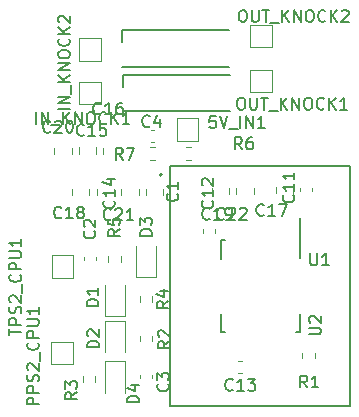
<source format=gto>
G04 #@! TF.GenerationSoftware,KiCad,Pcbnew,7.0.9-7.0.9~ubuntu22.04.1*
G04 #@! TF.CreationDate,2023-12-29T18:17:52+00:00*
G04 #@! TF.ProjectId,driver_test,64726976-6572-45f7-9465-73742e6b6963,rev?*
G04 #@! TF.SameCoordinates,Original*
G04 #@! TF.FileFunction,Legend,Top*
G04 #@! TF.FilePolarity,Positive*
%FSLAX46Y46*%
G04 Gerber Fmt 4.6, Leading zero omitted, Abs format (unit mm)*
G04 Created by KiCad (PCBNEW 7.0.9-7.0.9~ubuntu22.04.1) date 2023-12-29 18:17:52*
%MOMM*%
%LPD*%
G01*
G04 APERTURE LIST*
%ADD10C,0.150000*%
%ADD11C,0.120000*%
%ADD12C,0.127000*%
%ADD13C,0.200000*%
G04 APERTURE END LIST*
D10*
X25873333Y1605181D02*
X25540000Y2081372D01*
X25301905Y1605181D02*
X25301905Y2605181D01*
X25301905Y2605181D02*
X25682857Y2605181D01*
X25682857Y2605181D02*
X25778095Y2557562D01*
X25778095Y2557562D02*
X25825714Y2509943D01*
X25825714Y2509943D02*
X25873333Y2414705D01*
X25873333Y2414705D02*
X25873333Y2271848D01*
X25873333Y2271848D02*
X25825714Y2176610D01*
X25825714Y2176610D02*
X25778095Y2128991D01*
X25778095Y2128991D02*
X25682857Y2081372D01*
X25682857Y2081372D02*
X25301905Y2081372D01*
X26825714Y1605181D02*
X26254286Y1605181D01*
X26540000Y1605181D02*
X26540000Y2605181D01*
X26540000Y2605181D02*
X26444762Y2462324D01*
X26444762Y2462324D02*
X26349524Y2367086D01*
X26349524Y2367086D02*
X26254286Y2319467D01*
X5788819Y25187429D02*
X4788819Y25187429D01*
X5788819Y25663619D02*
X4788819Y25663619D01*
X4788819Y25663619D02*
X5788819Y26235047D01*
X5788819Y26235047D02*
X4788819Y26235047D01*
X5884057Y26473142D02*
X5884057Y27235047D01*
X5788819Y27473143D02*
X4788819Y27473143D01*
X5788819Y28044571D02*
X5217390Y27616000D01*
X4788819Y28044571D02*
X5360247Y27473143D01*
X5788819Y28473143D02*
X4788819Y28473143D01*
X4788819Y28473143D02*
X5788819Y29044571D01*
X5788819Y29044571D02*
X4788819Y29044571D01*
X4788819Y29711238D02*
X4788819Y29901714D01*
X4788819Y29901714D02*
X4836438Y29996952D01*
X4836438Y29996952D02*
X4931676Y30092190D01*
X4931676Y30092190D02*
X5122152Y30139809D01*
X5122152Y30139809D02*
X5455485Y30139809D01*
X5455485Y30139809D02*
X5645961Y30092190D01*
X5645961Y30092190D02*
X5741200Y29996952D01*
X5741200Y29996952D02*
X5788819Y29901714D01*
X5788819Y29901714D02*
X5788819Y29711238D01*
X5788819Y29711238D02*
X5741200Y29616000D01*
X5741200Y29616000D02*
X5645961Y29520762D01*
X5645961Y29520762D02*
X5455485Y29473143D01*
X5455485Y29473143D02*
X5122152Y29473143D01*
X5122152Y29473143D02*
X4931676Y29520762D01*
X4931676Y29520762D02*
X4836438Y29616000D01*
X4836438Y29616000D02*
X4788819Y29711238D01*
X5693580Y31139809D02*
X5741200Y31092190D01*
X5741200Y31092190D02*
X5788819Y30949333D01*
X5788819Y30949333D02*
X5788819Y30854095D01*
X5788819Y30854095D02*
X5741200Y30711238D01*
X5741200Y30711238D02*
X5645961Y30616000D01*
X5645961Y30616000D02*
X5550723Y30568381D01*
X5550723Y30568381D02*
X5360247Y30520762D01*
X5360247Y30520762D02*
X5217390Y30520762D01*
X5217390Y30520762D02*
X5026914Y30568381D01*
X5026914Y30568381D02*
X4931676Y30616000D01*
X4931676Y30616000D02*
X4836438Y30711238D01*
X4836438Y30711238D02*
X4788819Y30854095D01*
X4788819Y30854095D02*
X4788819Y30949333D01*
X4788819Y30949333D02*
X4836438Y31092190D01*
X4836438Y31092190D02*
X4884057Y31139809D01*
X5788819Y31568381D02*
X4788819Y31568381D01*
X5788819Y32139809D02*
X5217390Y31711238D01*
X4788819Y32139809D02*
X5360247Y31568381D01*
X4884057Y32520762D02*
X4836438Y32568381D01*
X4836438Y32568381D02*
X4788819Y32663619D01*
X4788819Y32663619D02*
X4788819Y32901714D01*
X4788819Y32901714D02*
X4836438Y32996952D01*
X4836438Y32996952D02*
X4884057Y33044571D01*
X4884057Y33044571D02*
X4979295Y33092190D01*
X4979295Y33092190D02*
X5074533Y33092190D01*
X5074533Y33092190D02*
X5217390Y33044571D01*
X5217390Y33044571D02*
X5788819Y32473143D01*
X5788819Y32473143D02*
X5788819Y33092190D01*
X4137142Y23285420D02*
X4089523Y23237800D01*
X4089523Y23237800D02*
X3946666Y23190181D01*
X3946666Y23190181D02*
X3851428Y23190181D01*
X3851428Y23190181D02*
X3708571Y23237800D01*
X3708571Y23237800D02*
X3613333Y23333039D01*
X3613333Y23333039D02*
X3565714Y23428277D01*
X3565714Y23428277D02*
X3518095Y23618753D01*
X3518095Y23618753D02*
X3518095Y23761610D01*
X3518095Y23761610D02*
X3565714Y23952086D01*
X3565714Y23952086D02*
X3613333Y24047324D01*
X3613333Y24047324D02*
X3708571Y24142562D01*
X3708571Y24142562D02*
X3851428Y24190181D01*
X3851428Y24190181D02*
X3946666Y24190181D01*
X3946666Y24190181D02*
X4089523Y24142562D01*
X4089523Y24142562D02*
X4137142Y24094943D01*
X4518095Y24094943D02*
X4565714Y24142562D01*
X4565714Y24142562D02*
X4660952Y24190181D01*
X4660952Y24190181D02*
X4899047Y24190181D01*
X4899047Y24190181D02*
X4994285Y24142562D01*
X4994285Y24142562D02*
X5041904Y24094943D01*
X5041904Y24094943D02*
X5089523Y23999705D01*
X5089523Y23999705D02*
X5089523Y23904467D01*
X5089523Y23904467D02*
X5041904Y23761610D01*
X5041904Y23761610D02*
X4470476Y23190181D01*
X4470476Y23190181D02*
X5089523Y23190181D01*
X5708571Y24190181D02*
X5803809Y24190181D01*
X5803809Y24190181D02*
X5899047Y24142562D01*
X5899047Y24142562D02*
X5946666Y24094943D01*
X5946666Y24094943D02*
X5994285Y23999705D01*
X5994285Y23999705D02*
X6041904Y23809229D01*
X6041904Y23809229D02*
X6041904Y23571134D01*
X6041904Y23571134D02*
X5994285Y23380658D01*
X5994285Y23380658D02*
X5946666Y23285420D01*
X5946666Y23285420D02*
X5899047Y23237800D01*
X5899047Y23237800D02*
X5803809Y23190181D01*
X5803809Y23190181D02*
X5708571Y23190181D01*
X5708571Y23190181D02*
X5613333Y23237800D01*
X5613333Y23237800D02*
X5565714Y23285420D01*
X5565714Y23285420D02*
X5518095Y23380658D01*
X5518095Y23380658D02*
X5470476Y23571134D01*
X5470476Y23571134D02*
X5470476Y23809229D01*
X5470476Y23809229D02*
X5518095Y23999705D01*
X5518095Y23999705D02*
X5565714Y24094943D01*
X5565714Y24094943D02*
X5613333Y24142562D01*
X5613333Y24142562D02*
X5708571Y24190181D01*
X5057142Y16020420D02*
X5009523Y15972800D01*
X5009523Y15972800D02*
X4866666Y15925181D01*
X4866666Y15925181D02*
X4771428Y15925181D01*
X4771428Y15925181D02*
X4628571Y15972800D01*
X4628571Y15972800D02*
X4533333Y16068039D01*
X4533333Y16068039D02*
X4485714Y16163277D01*
X4485714Y16163277D02*
X4438095Y16353753D01*
X4438095Y16353753D02*
X4438095Y16496610D01*
X4438095Y16496610D02*
X4485714Y16687086D01*
X4485714Y16687086D02*
X4533333Y16782324D01*
X4533333Y16782324D02*
X4628571Y16877562D01*
X4628571Y16877562D02*
X4771428Y16925181D01*
X4771428Y16925181D02*
X4866666Y16925181D01*
X4866666Y16925181D02*
X5009523Y16877562D01*
X5009523Y16877562D02*
X5057142Y16829943D01*
X6009523Y15925181D02*
X5438095Y15925181D01*
X5723809Y15925181D02*
X5723809Y16925181D01*
X5723809Y16925181D02*
X5628571Y16782324D01*
X5628571Y16782324D02*
X5533333Y16687086D01*
X5533333Y16687086D02*
X5438095Y16639467D01*
X6580952Y16496610D02*
X6485714Y16544229D01*
X6485714Y16544229D02*
X6438095Y16591848D01*
X6438095Y16591848D02*
X6390476Y16687086D01*
X6390476Y16687086D02*
X6390476Y16734705D01*
X6390476Y16734705D02*
X6438095Y16829943D01*
X6438095Y16829943D02*
X6485714Y16877562D01*
X6485714Y16877562D02*
X6580952Y16925181D01*
X6580952Y16925181D02*
X6771428Y16925181D01*
X6771428Y16925181D02*
X6866666Y16877562D01*
X6866666Y16877562D02*
X6914285Y16829943D01*
X6914285Y16829943D02*
X6961904Y16734705D01*
X6961904Y16734705D02*
X6961904Y16687086D01*
X6961904Y16687086D02*
X6914285Y16591848D01*
X6914285Y16591848D02*
X6866666Y16544229D01*
X6866666Y16544229D02*
X6771428Y16496610D01*
X6771428Y16496610D02*
X6580952Y16496610D01*
X6580952Y16496610D02*
X6485714Y16448991D01*
X6485714Y16448991D02*
X6438095Y16401372D01*
X6438095Y16401372D02*
X6390476Y16306134D01*
X6390476Y16306134D02*
X6390476Y16115658D01*
X6390476Y16115658D02*
X6438095Y16020420D01*
X6438095Y16020420D02*
X6485714Y15972800D01*
X6485714Y15972800D02*
X6580952Y15925181D01*
X6580952Y15925181D02*
X6771428Y15925181D01*
X6771428Y15925181D02*
X6866666Y15972800D01*
X6866666Y15972800D02*
X6914285Y16020420D01*
X6914285Y16020420D02*
X6961904Y16115658D01*
X6961904Y16115658D02*
X6961904Y16306134D01*
X6961904Y16306134D02*
X6914285Y16401372D01*
X6914285Y16401372D02*
X6866666Y16448991D01*
X6866666Y16448991D02*
X6771428Y16496610D01*
X8387142Y24815420D02*
X8339523Y24767800D01*
X8339523Y24767800D02*
X8196666Y24720181D01*
X8196666Y24720181D02*
X8101428Y24720181D01*
X8101428Y24720181D02*
X7958571Y24767800D01*
X7958571Y24767800D02*
X7863333Y24863039D01*
X7863333Y24863039D02*
X7815714Y24958277D01*
X7815714Y24958277D02*
X7768095Y25148753D01*
X7768095Y25148753D02*
X7768095Y25291610D01*
X7768095Y25291610D02*
X7815714Y25482086D01*
X7815714Y25482086D02*
X7863333Y25577324D01*
X7863333Y25577324D02*
X7958571Y25672562D01*
X7958571Y25672562D02*
X8101428Y25720181D01*
X8101428Y25720181D02*
X8196666Y25720181D01*
X8196666Y25720181D02*
X8339523Y25672562D01*
X8339523Y25672562D02*
X8387142Y25624943D01*
X9339523Y24720181D02*
X8768095Y24720181D01*
X9053809Y24720181D02*
X9053809Y25720181D01*
X9053809Y25720181D02*
X8958571Y25577324D01*
X8958571Y25577324D02*
X8863333Y25482086D01*
X8863333Y25482086D02*
X8768095Y25434467D01*
X10196666Y25720181D02*
X10006190Y25720181D01*
X10006190Y25720181D02*
X9910952Y25672562D01*
X9910952Y25672562D02*
X9863333Y25624943D01*
X9863333Y25624943D02*
X9768095Y25482086D01*
X9768095Y25482086D02*
X9720476Y25291610D01*
X9720476Y25291610D02*
X9720476Y24910658D01*
X9720476Y24910658D02*
X9768095Y24815420D01*
X9768095Y24815420D02*
X9815714Y24767800D01*
X9815714Y24767800D02*
X9910952Y24720181D01*
X9910952Y24720181D02*
X10101428Y24720181D01*
X10101428Y24720181D02*
X10196666Y24767800D01*
X10196666Y24767800D02*
X10244285Y24815420D01*
X10244285Y24815420D02*
X10291904Y24910658D01*
X10291904Y24910658D02*
X10291904Y25148753D01*
X10291904Y25148753D02*
X10244285Y25243991D01*
X10244285Y25243991D02*
X10196666Y25291610D01*
X10196666Y25291610D02*
X10101428Y25339229D01*
X10101428Y25339229D02*
X9910952Y25339229D01*
X9910952Y25339229D02*
X9815714Y25291610D01*
X9815714Y25291610D02*
X9768095Y25243991D01*
X9768095Y25243991D02*
X9720476Y25148753D01*
X20343333Y21775181D02*
X20010000Y22251372D01*
X19771905Y21775181D02*
X19771905Y22775181D01*
X19771905Y22775181D02*
X20152857Y22775181D01*
X20152857Y22775181D02*
X20248095Y22727562D01*
X20248095Y22727562D02*
X20295714Y22679943D01*
X20295714Y22679943D02*
X20343333Y22584705D01*
X20343333Y22584705D02*
X20343333Y22441848D01*
X20343333Y22441848D02*
X20295714Y22346610D01*
X20295714Y22346610D02*
X20248095Y22298991D01*
X20248095Y22298991D02*
X20152857Y22251372D01*
X20152857Y22251372D02*
X19771905Y22251372D01*
X21200476Y22775181D02*
X21010000Y22775181D01*
X21010000Y22775181D02*
X20914762Y22727562D01*
X20914762Y22727562D02*
X20867143Y22679943D01*
X20867143Y22679943D02*
X20771905Y22537086D01*
X20771905Y22537086D02*
X20724286Y22346610D01*
X20724286Y22346610D02*
X20724286Y21965658D01*
X20724286Y21965658D02*
X20771905Y21870420D01*
X20771905Y21870420D02*
X20819524Y21822800D01*
X20819524Y21822800D02*
X20914762Y21775181D01*
X20914762Y21775181D02*
X21105238Y21775181D01*
X21105238Y21775181D02*
X21200476Y21822800D01*
X21200476Y21822800D02*
X21248095Y21870420D01*
X21248095Y21870420D02*
X21295714Y21965658D01*
X21295714Y21965658D02*
X21295714Y22203753D01*
X21295714Y22203753D02*
X21248095Y22298991D01*
X21248095Y22298991D02*
X21200476Y22346610D01*
X21200476Y22346610D02*
X21105238Y22394229D01*
X21105238Y22394229D02*
X20914762Y22394229D01*
X20914762Y22394229D02*
X20819524Y22346610D01*
X20819524Y22346610D02*
X20771905Y22298991D01*
X20771905Y22298991D02*
X20724286Y22203753D01*
X10247333Y20900179D02*
X9914000Y21376370D01*
X9675905Y20900179D02*
X9675905Y21900179D01*
X9675905Y21900179D02*
X10056857Y21900179D01*
X10056857Y21900179D02*
X10152095Y21852560D01*
X10152095Y21852560D02*
X10199714Y21804941D01*
X10199714Y21804941D02*
X10247333Y21709703D01*
X10247333Y21709703D02*
X10247333Y21566846D01*
X10247333Y21566846D02*
X10199714Y21471608D01*
X10199714Y21471608D02*
X10152095Y21423989D01*
X10152095Y21423989D02*
X10056857Y21376370D01*
X10056857Y21376370D02*
X9675905Y21376370D01*
X10580667Y21900179D02*
X11247333Y21900179D01*
X11247333Y21900179D02*
X10818762Y20900179D01*
X14119819Y8923334D02*
X13643628Y8590001D01*
X14119819Y8351906D02*
X13119819Y8351906D01*
X13119819Y8351906D02*
X13119819Y8732858D01*
X13119819Y8732858D02*
X13167438Y8828096D01*
X13167438Y8828096D02*
X13215057Y8875715D01*
X13215057Y8875715D02*
X13310295Y8923334D01*
X13310295Y8923334D02*
X13453152Y8923334D01*
X13453152Y8923334D02*
X13548390Y8875715D01*
X13548390Y8875715D02*
X13596009Y8828096D01*
X13596009Y8828096D02*
X13643628Y8732858D01*
X13643628Y8732858D02*
X13643628Y8351906D01*
X13453152Y9780477D02*
X14119819Y9780477D01*
X13072200Y9542382D02*
X13786485Y9304287D01*
X13786485Y9304287D02*
X13786485Y9923334D01*
X18842142Y15900420D02*
X18794523Y15852800D01*
X18794523Y15852800D02*
X18651666Y15805181D01*
X18651666Y15805181D02*
X18556428Y15805181D01*
X18556428Y15805181D02*
X18413571Y15852800D01*
X18413571Y15852800D02*
X18318333Y15948039D01*
X18318333Y15948039D02*
X18270714Y16043277D01*
X18270714Y16043277D02*
X18223095Y16233753D01*
X18223095Y16233753D02*
X18223095Y16376610D01*
X18223095Y16376610D02*
X18270714Y16567086D01*
X18270714Y16567086D02*
X18318333Y16662324D01*
X18318333Y16662324D02*
X18413571Y16757562D01*
X18413571Y16757562D02*
X18556428Y16805181D01*
X18556428Y16805181D02*
X18651666Y16805181D01*
X18651666Y16805181D02*
X18794523Y16757562D01*
X18794523Y16757562D02*
X18842142Y16709943D01*
X19223095Y16709943D02*
X19270714Y16757562D01*
X19270714Y16757562D02*
X19365952Y16805181D01*
X19365952Y16805181D02*
X19604047Y16805181D01*
X19604047Y16805181D02*
X19699285Y16757562D01*
X19699285Y16757562D02*
X19746904Y16709943D01*
X19746904Y16709943D02*
X19794523Y16614705D01*
X19794523Y16614705D02*
X19794523Y16519467D01*
X19794523Y16519467D02*
X19746904Y16376610D01*
X19746904Y16376610D02*
X19175476Y15805181D01*
X19175476Y15805181D02*
X19794523Y15805181D01*
X20175476Y16709943D02*
X20223095Y16757562D01*
X20223095Y16757562D02*
X20318333Y16805181D01*
X20318333Y16805181D02*
X20556428Y16805181D01*
X20556428Y16805181D02*
X20651666Y16757562D01*
X20651666Y16757562D02*
X20699285Y16709943D01*
X20699285Y16709943D02*
X20746904Y16614705D01*
X20746904Y16614705D02*
X20746904Y16519467D01*
X20746904Y16519467D02*
X20699285Y16376610D01*
X20699285Y16376610D02*
X20127857Y15805181D01*
X20127857Y15805181D02*
X20746904Y15805181D01*
X2921429Y23895181D02*
X2921429Y24895181D01*
X3397619Y23895181D02*
X3397619Y24895181D01*
X3397619Y24895181D02*
X3969047Y23895181D01*
X3969047Y23895181D02*
X3969047Y24895181D01*
X4207143Y23799943D02*
X4969047Y23799943D01*
X5207143Y23895181D02*
X5207143Y24895181D01*
X5778571Y23895181D02*
X5350000Y24466610D01*
X5778571Y24895181D02*
X5207143Y24323753D01*
X6207143Y23895181D02*
X6207143Y24895181D01*
X6207143Y24895181D02*
X6778571Y23895181D01*
X6778571Y23895181D02*
X6778571Y24895181D01*
X7445238Y24895181D02*
X7635714Y24895181D01*
X7635714Y24895181D02*
X7730952Y24847562D01*
X7730952Y24847562D02*
X7826190Y24752324D01*
X7826190Y24752324D02*
X7873809Y24561848D01*
X7873809Y24561848D02*
X7873809Y24228515D01*
X7873809Y24228515D02*
X7826190Y24038039D01*
X7826190Y24038039D02*
X7730952Y23942800D01*
X7730952Y23942800D02*
X7635714Y23895181D01*
X7635714Y23895181D02*
X7445238Y23895181D01*
X7445238Y23895181D02*
X7350000Y23942800D01*
X7350000Y23942800D02*
X7254762Y24038039D01*
X7254762Y24038039D02*
X7207143Y24228515D01*
X7207143Y24228515D02*
X7207143Y24561848D01*
X7207143Y24561848D02*
X7254762Y24752324D01*
X7254762Y24752324D02*
X7350000Y24847562D01*
X7350000Y24847562D02*
X7445238Y24895181D01*
X8873809Y23990420D02*
X8826190Y23942800D01*
X8826190Y23942800D02*
X8683333Y23895181D01*
X8683333Y23895181D02*
X8588095Y23895181D01*
X8588095Y23895181D02*
X8445238Y23942800D01*
X8445238Y23942800D02*
X8350000Y24038039D01*
X8350000Y24038039D02*
X8302381Y24133277D01*
X8302381Y24133277D02*
X8254762Y24323753D01*
X8254762Y24323753D02*
X8254762Y24466610D01*
X8254762Y24466610D02*
X8302381Y24657086D01*
X8302381Y24657086D02*
X8350000Y24752324D01*
X8350000Y24752324D02*
X8445238Y24847562D01*
X8445238Y24847562D02*
X8588095Y24895181D01*
X8588095Y24895181D02*
X8683333Y24895181D01*
X8683333Y24895181D02*
X8826190Y24847562D01*
X8826190Y24847562D02*
X8873809Y24799943D01*
X9302381Y23895181D02*
X9302381Y24895181D01*
X9873809Y23895181D02*
X9445238Y24466610D01*
X9873809Y24895181D02*
X9302381Y24323753D01*
X10826190Y23895181D02*
X10254762Y23895181D01*
X10540476Y23895181D02*
X10540476Y24895181D01*
X10540476Y24895181D02*
X10445238Y24752324D01*
X10445238Y24752324D02*
X10350000Y24657086D01*
X10350000Y24657086D02*
X10254762Y24609467D01*
X12719819Y14461906D02*
X11719819Y14461906D01*
X11719819Y14461906D02*
X11719819Y14700001D01*
X11719819Y14700001D02*
X11767438Y14842858D01*
X11767438Y14842858D02*
X11862676Y14938096D01*
X11862676Y14938096D02*
X11957914Y14985715D01*
X11957914Y14985715D02*
X12148390Y15033334D01*
X12148390Y15033334D02*
X12291247Y15033334D01*
X12291247Y15033334D02*
X12481723Y14985715D01*
X12481723Y14985715D02*
X12576961Y14938096D01*
X12576961Y14938096D02*
X12672200Y14842858D01*
X12672200Y14842858D02*
X12719819Y14700001D01*
X12719819Y14700001D02*
X12719819Y14461906D01*
X11719819Y15366668D02*
X11719819Y15985715D01*
X11719819Y15985715D02*
X12100771Y15652382D01*
X12100771Y15652382D02*
X12100771Y15795239D01*
X12100771Y15795239D02*
X12148390Y15890477D01*
X12148390Y15890477D02*
X12196009Y15938096D01*
X12196009Y15938096D02*
X12291247Y15985715D01*
X12291247Y15985715D02*
X12529342Y15985715D01*
X12529342Y15985715D02*
X12624580Y15938096D01*
X12624580Y15938096D02*
X12672200Y15890477D01*
X12672200Y15890477D02*
X12719819Y15795239D01*
X12719819Y15795239D02*
X12719819Y15509525D01*
X12719819Y15509525D02*
X12672200Y15414287D01*
X12672200Y15414287D02*
X12624580Y15366668D01*
X8259819Y4991906D02*
X7259819Y4991906D01*
X7259819Y4991906D02*
X7259819Y5230001D01*
X7259819Y5230001D02*
X7307438Y5372858D01*
X7307438Y5372858D02*
X7402676Y5468096D01*
X7402676Y5468096D02*
X7497914Y5515715D01*
X7497914Y5515715D02*
X7688390Y5563334D01*
X7688390Y5563334D02*
X7831247Y5563334D01*
X7831247Y5563334D02*
X8021723Y5515715D01*
X8021723Y5515715D02*
X8116961Y5468096D01*
X8116961Y5468096D02*
X8212200Y5372858D01*
X8212200Y5372858D02*
X8259819Y5230001D01*
X8259819Y5230001D02*
X8259819Y4991906D01*
X7355057Y5944287D02*
X7307438Y5991906D01*
X7307438Y5991906D02*
X7259819Y6087144D01*
X7259819Y6087144D02*
X7259819Y6325239D01*
X7259819Y6325239D02*
X7307438Y6420477D01*
X7307438Y6420477D02*
X7355057Y6468096D01*
X7355057Y6468096D02*
X7450295Y6515715D01*
X7450295Y6515715D02*
X7545533Y6515715D01*
X7545533Y6515715D02*
X7688390Y6468096D01*
X7688390Y6468096D02*
X8259819Y5896668D01*
X8259819Y5896668D02*
X8259819Y6515715D01*
X19562142Y1425420D02*
X19514523Y1377800D01*
X19514523Y1377800D02*
X19371666Y1330181D01*
X19371666Y1330181D02*
X19276428Y1330181D01*
X19276428Y1330181D02*
X19133571Y1377800D01*
X19133571Y1377800D02*
X19038333Y1473039D01*
X19038333Y1473039D02*
X18990714Y1568277D01*
X18990714Y1568277D02*
X18943095Y1758753D01*
X18943095Y1758753D02*
X18943095Y1901610D01*
X18943095Y1901610D02*
X18990714Y2092086D01*
X18990714Y2092086D02*
X19038333Y2187324D01*
X19038333Y2187324D02*
X19133571Y2282562D01*
X19133571Y2282562D02*
X19276428Y2330181D01*
X19276428Y2330181D02*
X19371666Y2330181D01*
X19371666Y2330181D02*
X19514523Y2282562D01*
X19514523Y2282562D02*
X19562142Y2234943D01*
X20514523Y1330181D02*
X19943095Y1330181D01*
X20228809Y1330181D02*
X20228809Y2330181D01*
X20228809Y2330181D02*
X20133571Y2187324D01*
X20133571Y2187324D02*
X20038333Y2092086D01*
X20038333Y2092086D02*
X19943095Y2044467D01*
X20847857Y2330181D02*
X21466904Y2330181D01*
X21466904Y2330181D02*
X21133571Y1949229D01*
X21133571Y1949229D02*
X21276428Y1949229D01*
X21276428Y1949229D02*
X21371666Y1901610D01*
X21371666Y1901610D02*
X21419285Y1853991D01*
X21419285Y1853991D02*
X21466904Y1758753D01*
X21466904Y1758753D02*
X21466904Y1520658D01*
X21466904Y1520658D02*
X21419285Y1425420D01*
X21419285Y1425420D02*
X21371666Y1377800D01*
X21371666Y1377800D02*
X21276428Y1330181D01*
X21276428Y1330181D02*
X20990714Y1330181D01*
X20990714Y1330181D02*
X20895476Y1377800D01*
X20895476Y1377800D02*
X20847857Y1425420D01*
X20195238Y26135181D02*
X20385714Y26135181D01*
X20385714Y26135181D02*
X20480952Y26087562D01*
X20480952Y26087562D02*
X20576190Y25992324D01*
X20576190Y25992324D02*
X20623809Y25801848D01*
X20623809Y25801848D02*
X20623809Y25468515D01*
X20623809Y25468515D02*
X20576190Y25278039D01*
X20576190Y25278039D02*
X20480952Y25182800D01*
X20480952Y25182800D02*
X20385714Y25135181D01*
X20385714Y25135181D02*
X20195238Y25135181D01*
X20195238Y25135181D02*
X20100000Y25182800D01*
X20100000Y25182800D02*
X20004762Y25278039D01*
X20004762Y25278039D02*
X19957143Y25468515D01*
X19957143Y25468515D02*
X19957143Y25801848D01*
X19957143Y25801848D02*
X20004762Y25992324D01*
X20004762Y25992324D02*
X20100000Y26087562D01*
X20100000Y26087562D02*
X20195238Y26135181D01*
X21052381Y26135181D02*
X21052381Y25325658D01*
X21052381Y25325658D02*
X21100000Y25230420D01*
X21100000Y25230420D02*
X21147619Y25182800D01*
X21147619Y25182800D02*
X21242857Y25135181D01*
X21242857Y25135181D02*
X21433333Y25135181D01*
X21433333Y25135181D02*
X21528571Y25182800D01*
X21528571Y25182800D02*
X21576190Y25230420D01*
X21576190Y25230420D02*
X21623809Y25325658D01*
X21623809Y25325658D02*
X21623809Y26135181D01*
X21957143Y26135181D02*
X22528571Y26135181D01*
X22242857Y25135181D02*
X22242857Y26135181D01*
X22623810Y25039943D02*
X23385714Y25039943D01*
X23623810Y25135181D02*
X23623810Y26135181D01*
X24195238Y25135181D02*
X23766667Y25706610D01*
X24195238Y26135181D02*
X23623810Y25563753D01*
X24623810Y25135181D02*
X24623810Y26135181D01*
X24623810Y26135181D02*
X25195238Y25135181D01*
X25195238Y25135181D02*
X25195238Y26135181D01*
X25861905Y26135181D02*
X26052381Y26135181D01*
X26052381Y26135181D02*
X26147619Y26087562D01*
X26147619Y26087562D02*
X26242857Y25992324D01*
X26242857Y25992324D02*
X26290476Y25801848D01*
X26290476Y25801848D02*
X26290476Y25468515D01*
X26290476Y25468515D02*
X26242857Y25278039D01*
X26242857Y25278039D02*
X26147619Y25182800D01*
X26147619Y25182800D02*
X26052381Y25135181D01*
X26052381Y25135181D02*
X25861905Y25135181D01*
X25861905Y25135181D02*
X25766667Y25182800D01*
X25766667Y25182800D02*
X25671429Y25278039D01*
X25671429Y25278039D02*
X25623810Y25468515D01*
X25623810Y25468515D02*
X25623810Y25801848D01*
X25623810Y25801848D02*
X25671429Y25992324D01*
X25671429Y25992324D02*
X25766667Y26087562D01*
X25766667Y26087562D02*
X25861905Y26135181D01*
X27290476Y25230420D02*
X27242857Y25182800D01*
X27242857Y25182800D02*
X27100000Y25135181D01*
X27100000Y25135181D02*
X27004762Y25135181D01*
X27004762Y25135181D02*
X26861905Y25182800D01*
X26861905Y25182800D02*
X26766667Y25278039D01*
X26766667Y25278039D02*
X26719048Y25373277D01*
X26719048Y25373277D02*
X26671429Y25563753D01*
X26671429Y25563753D02*
X26671429Y25706610D01*
X26671429Y25706610D02*
X26719048Y25897086D01*
X26719048Y25897086D02*
X26766667Y25992324D01*
X26766667Y25992324D02*
X26861905Y26087562D01*
X26861905Y26087562D02*
X27004762Y26135181D01*
X27004762Y26135181D02*
X27100000Y26135181D01*
X27100000Y26135181D02*
X27242857Y26087562D01*
X27242857Y26087562D02*
X27290476Y26039943D01*
X27719048Y25135181D02*
X27719048Y26135181D01*
X28290476Y25135181D02*
X27861905Y25706610D01*
X28290476Y26135181D02*
X27719048Y25563753D01*
X29242857Y25135181D02*
X28671429Y25135181D01*
X28957143Y25135181D02*
X28957143Y26135181D01*
X28957143Y26135181D02*
X28861905Y25992324D01*
X28861905Y25992324D02*
X28766667Y25897086D01*
X28766667Y25897086D02*
X28671429Y25849467D01*
X7854580Y14843334D02*
X7902200Y14795715D01*
X7902200Y14795715D02*
X7949819Y14652858D01*
X7949819Y14652858D02*
X7949819Y14557620D01*
X7949819Y14557620D02*
X7902200Y14414763D01*
X7902200Y14414763D02*
X7806961Y14319525D01*
X7806961Y14319525D02*
X7711723Y14271906D01*
X7711723Y14271906D02*
X7521247Y14224287D01*
X7521247Y14224287D02*
X7378390Y14224287D01*
X7378390Y14224287D02*
X7187914Y14271906D01*
X7187914Y14271906D02*
X7092676Y14319525D01*
X7092676Y14319525D02*
X6997438Y14414763D01*
X6997438Y14414763D02*
X6949819Y14557620D01*
X6949819Y14557620D02*
X6949819Y14652858D01*
X6949819Y14652858D02*
X6997438Y14795715D01*
X6997438Y14795715D02*
X7045057Y14843334D01*
X7045057Y15224287D02*
X6997438Y15271906D01*
X6997438Y15271906D02*
X6949819Y15367144D01*
X6949819Y15367144D02*
X6949819Y15605239D01*
X6949819Y15605239D02*
X6997438Y15700477D01*
X6997438Y15700477D02*
X7045057Y15748096D01*
X7045057Y15748096D02*
X7140295Y15795715D01*
X7140295Y15795715D02*
X7235533Y15795715D01*
X7235533Y15795715D02*
X7378390Y15748096D01*
X7378390Y15748096D02*
X7949819Y15176668D01*
X7949819Y15176668D02*
X7949819Y15795715D01*
X20325238Y33545181D02*
X20515714Y33545181D01*
X20515714Y33545181D02*
X20610952Y33497562D01*
X20610952Y33497562D02*
X20706190Y33402324D01*
X20706190Y33402324D02*
X20753809Y33211848D01*
X20753809Y33211848D02*
X20753809Y32878515D01*
X20753809Y32878515D02*
X20706190Y32688039D01*
X20706190Y32688039D02*
X20610952Y32592800D01*
X20610952Y32592800D02*
X20515714Y32545181D01*
X20515714Y32545181D02*
X20325238Y32545181D01*
X20325238Y32545181D02*
X20230000Y32592800D01*
X20230000Y32592800D02*
X20134762Y32688039D01*
X20134762Y32688039D02*
X20087143Y32878515D01*
X20087143Y32878515D02*
X20087143Y33211848D01*
X20087143Y33211848D02*
X20134762Y33402324D01*
X20134762Y33402324D02*
X20230000Y33497562D01*
X20230000Y33497562D02*
X20325238Y33545181D01*
X21182381Y33545181D02*
X21182381Y32735658D01*
X21182381Y32735658D02*
X21230000Y32640420D01*
X21230000Y32640420D02*
X21277619Y32592800D01*
X21277619Y32592800D02*
X21372857Y32545181D01*
X21372857Y32545181D02*
X21563333Y32545181D01*
X21563333Y32545181D02*
X21658571Y32592800D01*
X21658571Y32592800D02*
X21706190Y32640420D01*
X21706190Y32640420D02*
X21753809Y32735658D01*
X21753809Y32735658D02*
X21753809Y33545181D01*
X22087143Y33545181D02*
X22658571Y33545181D01*
X22372857Y32545181D02*
X22372857Y33545181D01*
X22753810Y32449943D02*
X23515714Y32449943D01*
X23753810Y32545181D02*
X23753810Y33545181D01*
X24325238Y32545181D02*
X23896667Y33116610D01*
X24325238Y33545181D02*
X23753810Y32973753D01*
X24753810Y32545181D02*
X24753810Y33545181D01*
X24753810Y33545181D02*
X25325238Y32545181D01*
X25325238Y32545181D02*
X25325238Y33545181D01*
X25991905Y33545181D02*
X26182381Y33545181D01*
X26182381Y33545181D02*
X26277619Y33497562D01*
X26277619Y33497562D02*
X26372857Y33402324D01*
X26372857Y33402324D02*
X26420476Y33211848D01*
X26420476Y33211848D02*
X26420476Y32878515D01*
X26420476Y32878515D02*
X26372857Y32688039D01*
X26372857Y32688039D02*
X26277619Y32592800D01*
X26277619Y32592800D02*
X26182381Y32545181D01*
X26182381Y32545181D02*
X25991905Y32545181D01*
X25991905Y32545181D02*
X25896667Y32592800D01*
X25896667Y32592800D02*
X25801429Y32688039D01*
X25801429Y32688039D02*
X25753810Y32878515D01*
X25753810Y32878515D02*
X25753810Y33211848D01*
X25753810Y33211848D02*
X25801429Y33402324D01*
X25801429Y33402324D02*
X25896667Y33497562D01*
X25896667Y33497562D02*
X25991905Y33545181D01*
X27420476Y32640420D02*
X27372857Y32592800D01*
X27372857Y32592800D02*
X27230000Y32545181D01*
X27230000Y32545181D02*
X27134762Y32545181D01*
X27134762Y32545181D02*
X26991905Y32592800D01*
X26991905Y32592800D02*
X26896667Y32688039D01*
X26896667Y32688039D02*
X26849048Y32783277D01*
X26849048Y32783277D02*
X26801429Y32973753D01*
X26801429Y32973753D02*
X26801429Y33116610D01*
X26801429Y33116610D02*
X26849048Y33307086D01*
X26849048Y33307086D02*
X26896667Y33402324D01*
X26896667Y33402324D02*
X26991905Y33497562D01*
X26991905Y33497562D02*
X27134762Y33545181D01*
X27134762Y33545181D02*
X27230000Y33545181D01*
X27230000Y33545181D02*
X27372857Y33497562D01*
X27372857Y33497562D02*
X27420476Y33449943D01*
X27849048Y32545181D02*
X27849048Y33545181D01*
X28420476Y32545181D02*
X27991905Y33116610D01*
X28420476Y33545181D02*
X27849048Y32973753D01*
X28801429Y33449943D02*
X28849048Y33497562D01*
X28849048Y33497562D02*
X28944286Y33545181D01*
X28944286Y33545181D02*
X29182381Y33545181D01*
X29182381Y33545181D02*
X29277619Y33497562D01*
X29277619Y33497562D02*
X29325238Y33449943D01*
X29325238Y33449943D02*
X29372857Y33354705D01*
X29372857Y33354705D02*
X29372857Y33259467D01*
X29372857Y33259467D02*
X29325238Y33116610D01*
X29325238Y33116610D02*
X28753810Y32545181D01*
X28753810Y32545181D02*
X29372857Y32545181D01*
X6967142Y23010420D02*
X6919523Y22962800D01*
X6919523Y22962800D02*
X6776666Y22915181D01*
X6776666Y22915181D02*
X6681428Y22915181D01*
X6681428Y22915181D02*
X6538571Y22962800D01*
X6538571Y22962800D02*
X6443333Y23058039D01*
X6443333Y23058039D02*
X6395714Y23153277D01*
X6395714Y23153277D02*
X6348095Y23343753D01*
X6348095Y23343753D02*
X6348095Y23486610D01*
X6348095Y23486610D02*
X6395714Y23677086D01*
X6395714Y23677086D02*
X6443333Y23772324D01*
X6443333Y23772324D02*
X6538571Y23867562D01*
X6538571Y23867562D02*
X6681428Y23915181D01*
X6681428Y23915181D02*
X6776666Y23915181D01*
X6776666Y23915181D02*
X6919523Y23867562D01*
X6919523Y23867562D02*
X6967142Y23819943D01*
X7919523Y22915181D02*
X7348095Y22915181D01*
X7633809Y22915181D02*
X7633809Y23915181D01*
X7633809Y23915181D02*
X7538571Y23772324D01*
X7538571Y23772324D02*
X7443333Y23677086D01*
X7443333Y23677086D02*
X7348095Y23629467D01*
X8824285Y23915181D02*
X8348095Y23915181D01*
X8348095Y23915181D02*
X8300476Y23438991D01*
X8300476Y23438991D02*
X8348095Y23486610D01*
X8348095Y23486610D02*
X8443333Y23534229D01*
X8443333Y23534229D02*
X8681428Y23534229D01*
X8681428Y23534229D02*
X8776666Y23486610D01*
X8776666Y23486610D02*
X8824285Y23438991D01*
X8824285Y23438991D02*
X8871904Y23343753D01*
X8871904Y23343753D02*
X8871904Y23105658D01*
X8871904Y23105658D02*
X8824285Y23010420D01*
X8824285Y23010420D02*
X8776666Y22962800D01*
X8776666Y22962800D02*
X8681428Y22915181D01*
X8681428Y22915181D02*
X8443333Y22915181D01*
X8443333Y22915181D02*
X8348095Y22962800D01*
X8348095Y22962800D02*
X8300476Y23010420D01*
X8189819Y8491906D02*
X7189819Y8491906D01*
X7189819Y8491906D02*
X7189819Y8730001D01*
X7189819Y8730001D02*
X7237438Y8872858D01*
X7237438Y8872858D02*
X7332676Y8968096D01*
X7332676Y8968096D02*
X7427914Y9015715D01*
X7427914Y9015715D02*
X7618390Y9063334D01*
X7618390Y9063334D02*
X7761247Y9063334D01*
X7761247Y9063334D02*
X7951723Y9015715D01*
X7951723Y9015715D02*
X8046961Y8968096D01*
X8046961Y8968096D02*
X8142200Y8872858D01*
X8142200Y8872858D02*
X8189819Y8730001D01*
X8189819Y8730001D02*
X8189819Y8491906D01*
X8189819Y10015715D02*
X8189819Y9444287D01*
X8189819Y9730001D02*
X7189819Y9730001D01*
X7189819Y9730001D02*
X7332676Y9634763D01*
X7332676Y9634763D02*
X7427914Y9539525D01*
X7427914Y9539525D02*
X7475533Y9444287D01*
X3154819Y164763D02*
X2154819Y164763D01*
X2154819Y164763D02*
X2154819Y545715D01*
X2154819Y545715D02*
X2202438Y640953D01*
X2202438Y640953D02*
X2250057Y688572D01*
X2250057Y688572D02*
X2345295Y736191D01*
X2345295Y736191D02*
X2488152Y736191D01*
X2488152Y736191D02*
X2583390Y688572D01*
X2583390Y688572D02*
X2631009Y640953D01*
X2631009Y640953D02*
X2678628Y545715D01*
X2678628Y545715D02*
X2678628Y164763D01*
X3154819Y1164763D02*
X2154819Y1164763D01*
X2154819Y1164763D02*
X2154819Y1545715D01*
X2154819Y1545715D02*
X2202438Y1640953D01*
X2202438Y1640953D02*
X2250057Y1688572D01*
X2250057Y1688572D02*
X2345295Y1736191D01*
X2345295Y1736191D02*
X2488152Y1736191D01*
X2488152Y1736191D02*
X2583390Y1688572D01*
X2583390Y1688572D02*
X2631009Y1640953D01*
X2631009Y1640953D02*
X2678628Y1545715D01*
X2678628Y1545715D02*
X2678628Y1164763D01*
X3107200Y2117144D02*
X3154819Y2260001D01*
X3154819Y2260001D02*
X3154819Y2498096D01*
X3154819Y2498096D02*
X3107200Y2593334D01*
X3107200Y2593334D02*
X3059580Y2640953D01*
X3059580Y2640953D02*
X2964342Y2688572D01*
X2964342Y2688572D02*
X2869104Y2688572D01*
X2869104Y2688572D02*
X2773866Y2640953D01*
X2773866Y2640953D02*
X2726247Y2593334D01*
X2726247Y2593334D02*
X2678628Y2498096D01*
X2678628Y2498096D02*
X2631009Y2307620D01*
X2631009Y2307620D02*
X2583390Y2212382D01*
X2583390Y2212382D02*
X2535771Y2164763D01*
X2535771Y2164763D02*
X2440533Y2117144D01*
X2440533Y2117144D02*
X2345295Y2117144D01*
X2345295Y2117144D02*
X2250057Y2164763D01*
X2250057Y2164763D02*
X2202438Y2212382D01*
X2202438Y2212382D02*
X2154819Y2307620D01*
X2154819Y2307620D02*
X2154819Y2545715D01*
X2154819Y2545715D02*
X2202438Y2688572D01*
X2250057Y3069525D02*
X2202438Y3117144D01*
X2202438Y3117144D02*
X2154819Y3212382D01*
X2154819Y3212382D02*
X2154819Y3450477D01*
X2154819Y3450477D02*
X2202438Y3545715D01*
X2202438Y3545715D02*
X2250057Y3593334D01*
X2250057Y3593334D02*
X2345295Y3640953D01*
X2345295Y3640953D02*
X2440533Y3640953D01*
X2440533Y3640953D02*
X2583390Y3593334D01*
X2583390Y3593334D02*
X3154819Y3021906D01*
X3154819Y3021906D02*
X3154819Y3640953D01*
X3250057Y3831429D02*
X3250057Y4593334D01*
X3059580Y5402858D02*
X3107200Y5355239D01*
X3107200Y5355239D02*
X3154819Y5212382D01*
X3154819Y5212382D02*
X3154819Y5117144D01*
X3154819Y5117144D02*
X3107200Y4974287D01*
X3107200Y4974287D02*
X3011961Y4879049D01*
X3011961Y4879049D02*
X2916723Y4831430D01*
X2916723Y4831430D02*
X2726247Y4783811D01*
X2726247Y4783811D02*
X2583390Y4783811D01*
X2583390Y4783811D02*
X2392914Y4831430D01*
X2392914Y4831430D02*
X2297676Y4879049D01*
X2297676Y4879049D02*
X2202438Y4974287D01*
X2202438Y4974287D02*
X2154819Y5117144D01*
X2154819Y5117144D02*
X2154819Y5212382D01*
X2154819Y5212382D02*
X2202438Y5355239D01*
X2202438Y5355239D02*
X2250057Y5402858D01*
X3154819Y5831430D02*
X2154819Y5831430D01*
X2154819Y5831430D02*
X2154819Y6212382D01*
X2154819Y6212382D02*
X2202438Y6307620D01*
X2202438Y6307620D02*
X2250057Y6355239D01*
X2250057Y6355239D02*
X2345295Y6402858D01*
X2345295Y6402858D02*
X2488152Y6402858D01*
X2488152Y6402858D02*
X2583390Y6355239D01*
X2583390Y6355239D02*
X2631009Y6307620D01*
X2631009Y6307620D02*
X2678628Y6212382D01*
X2678628Y6212382D02*
X2678628Y5831430D01*
X2154819Y6831430D02*
X2964342Y6831430D01*
X2964342Y6831430D02*
X3059580Y6879049D01*
X3059580Y6879049D02*
X3107200Y6926668D01*
X3107200Y6926668D02*
X3154819Y7021906D01*
X3154819Y7021906D02*
X3154819Y7212382D01*
X3154819Y7212382D02*
X3107200Y7307620D01*
X3107200Y7307620D02*
X3059580Y7355239D01*
X3059580Y7355239D02*
X2964342Y7402858D01*
X2964342Y7402858D02*
X2154819Y7402858D01*
X3154819Y8402858D02*
X3154819Y7831430D01*
X3154819Y8117144D02*
X2154819Y8117144D01*
X2154819Y8117144D02*
X2297676Y8021906D01*
X2297676Y8021906D02*
X2392914Y7926668D01*
X2392914Y7926668D02*
X2440533Y7831430D01*
X26034819Y6098096D02*
X26844342Y6098096D01*
X26844342Y6098096D02*
X26939580Y6145715D01*
X26939580Y6145715D02*
X26987200Y6193334D01*
X26987200Y6193334D02*
X27034819Y6288572D01*
X27034819Y6288572D02*
X27034819Y6479048D01*
X27034819Y6479048D02*
X26987200Y6574286D01*
X26987200Y6574286D02*
X26939580Y6621905D01*
X26939580Y6621905D02*
X26844342Y6669524D01*
X26844342Y6669524D02*
X26034819Y6669524D01*
X26130057Y7098096D02*
X26082438Y7145715D01*
X26082438Y7145715D02*
X26034819Y7240953D01*
X26034819Y7240953D02*
X26034819Y7479048D01*
X26034819Y7479048D02*
X26082438Y7574286D01*
X26082438Y7574286D02*
X26130057Y7621905D01*
X26130057Y7621905D02*
X26225295Y7669524D01*
X26225295Y7669524D02*
X26320533Y7669524D01*
X26320533Y7669524D02*
X26463390Y7621905D01*
X26463390Y7621905D02*
X27034819Y7050477D01*
X27034819Y7050477D02*
X27034819Y7669524D01*
X14879580Y18013334D02*
X14927200Y17965715D01*
X14927200Y17965715D02*
X14974819Y17822858D01*
X14974819Y17822858D02*
X14974819Y17727620D01*
X14974819Y17727620D02*
X14927200Y17584763D01*
X14927200Y17584763D02*
X14831961Y17489525D01*
X14831961Y17489525D02*
X14736723Y17441906D01*
X14736723Y17441906D02*
X14546247Y17394287D01*
X14546247Y17394287D02*
X14403390Y17394287D01*
X14403390Y17394287D02*
X14212914Y17441906D01*
X14212914Y17441906D02*
X14117676Y17489525D01*
X14117676Y17489525D02*
X14022438Y17584763D01*
X14022438Y17584763D02*
X13974819Y17727620D01*
X13974819Y17727620D02*
X13974819Y17822858D01*
X13974819Y17822858D02*
X14022438Y17965715D01*
X14022438Y17965715D02*
X14070057Y18013334D01*
X14974819Y18965715D02*
X14974819Y18394287D01*
X14974819Y18680001D02*
X13974819Y18680001D01*
X13974819Y18680001D02*
X14117676Y18584763D01*
X14117676Y18584763D02*
X14212914Y18489525D01*
X14212914Y18489525D02*
X14260533Y18394287D01*
X17839580Y17407143D02*
X17887200Y17359524D01*
X17887200Y17359524D02*
X17934819Y17216667D01*
X17934819Y17216667D02*
X17934819Y17121429D01*
X17934819Y17121429D02*
X17887200Y16978572D01*
X17887200Y16978572D02*
X17791961Y16883334D01*
X17791961Y16883334D02*
X17696723Y16835715D01*
X17696723Y16835715D02*
X17506247Y16788096D01*
X17506247Y16788096D02*
X17363390Y16788096D01*
X17363390Y16788096D02*
X17172914Y16835715D01*
X17172914Y16835715D02*
X17077676Y16883334D01*
X17077676Y16883334D02*
X16982438Y16978572D01*
X16982438Y16978572D02*
X16934819Y17121429D01*
X16934819Y17121429D02*
X16934819Y17216667D01*
X16934819Y17216667D02*
X16982438Y17359524D01*
X16982438Y17359524D02*
X17030057Y17407143D01*
X17934819Y18359524D02*
X17934819Y17788096D01*
X17934819Y18073810D02*
X16934819Y18073810D01*
X16934819Y18073810D02*
X17077676Y17978572D01*
X17077676Y17978572D02*
X17172914Y17883334D01*
X17172914Y17883334D02*
X17220533Y17788096D01*
X17030057Y18740477D02*
X16982438Y18788096D01*
X16982438Y18788096D02*
X16934819Y18883334D01*
X16934819Y18883334D02*
X16934819Y19121429D01*
X16934819Y19121429D02*
X16982438Y19216667D01*
X16982438Y19216667D02*
X17030057Y19264286D01*
X17030057Y19264286D02*
X17125295Y19311905D01*
X17125295Y19311905D02*
X17220533Y19311905D01*
X17220533Y19311905D02*
X17363390Y19264286D01*
X17363390Y19264286D02*
X17934819Y18692858D01*
X17934819Y18692858D02*
X17934819Y19311905D01*
X9257142Y15860420D02*
X9209523Y15812800D01*
X9209523Y15812800D02*
X9066666Y15765181D01*
X9066666Y15765181D02*
X8971428Y15765181D01*
X8971428Y15765181D02*
X8828571Y15812800D01*
X8828571Y15812800D02*
X8733333Y15908039D01*
X8733333Y15908039D02*
X8685714Y16003277D01*
X8685714Y16003277D02*
X8638095Y16193753D01*
X8638095Y16193753D02*
X8638095Y16336610D01*
X8638095Y16336610D02*
X8685714Y16527086D01*
X8685714Y16527086D02*
X8733333Y16622324D01*
X8733333Y16622324D02*
X8828571Y16717562D01*
X8828571Y16717562D02*
X8971428Y16765181D01*
X8971428Y16765181D02*
X9066666Y16765181D01*
X9066666Y16765181D02*
X9209523Y16717562D01*
X9209523Y16717562D02*
X9257142Y16669943D01*
X9638095Y16669943D02*
X9685714Y16717562D01*
X9685714Y16717562D02*
X9780952Y16765181D01*
X9780952Y16765181D02*
X10019047Y16765181D01*
X10019047Y16765181D02*
X10114285Y16717562D01*
X10114285Y16717562D02*
X10161904Y16669943D01*
X10161904Y16669943D02*
X10209523Y16574705D01*
X10209523Y16574705D02*
X10209523Y16479467D01*
X10209523Y16479467D02*
X10161904Y16336610D01*
X10161904Y16336610D02*
X9590476Y15765181D01*
X9590476Y15765181D02*
X10209523Y15765181D01*
X11161904Y15765181D02*
X10590476Y15765181D01*
X10876190Y15765181D02*
X10876190Y16765181D01*
X10876190Y16765181D02*
X10780952Y16622324D01*
X10780952Y16622324D02*
X10685714Y16527086D01*
X10685714Y16527086D02*
X10590476Y16479467D01*
X14069580Y1913334D02*
X14117200Y1865715D01*
X14117200Y1865715D02*
X14164819Y1722858D01*
X14164819Y1722858D02*
X14164819Y1627620D01*
X14164819Y1627620D02*
X14117200Y1484763D01*
X14117200Y1484763D02*
X14021961Y1389525D01*
X14021961Y1389525D02*
X13926723Y1341906D01*
X13926723Y1341906D02*
X13736247Y1294287D01*
X13736247Y1294287D02*
X13593390Y1294287D01*
X13593390Y1294287D02*
X13402914Y1341906D01*
X13402914Y1341906D02*
X13307676Y1389525D01*
X13307676Y1389525D02*
X13212438Y1484763D01*
X13212438Y1484763D02*
X13164819Y1627620D01*
X13164819Y1627620D02*
X13164819Y1722858D01*
X13164819Y1722858D02*
X13212438Y1865715D01*
X13212438Y1865715D02*
X13260057Y1913334D01*
X13164819Y2246668D02*
X13164819Y2865715D01*
X13164819Y2865715D02*
X13545771Y2532382D01*
X13545771Y2532382D02*
X13545771Y2675239D01*
X13545771Y2675239D02*
X13593390Y2770477D01*
X13593390Y2770477D02*
X13641009Y2818096D01*
X13641009Y2818096D02*
X13736247Y2865715D01*
X13736247Y2865715D02*
X13974342Y2865715D01*
X13974342Y2865715D02*
X14069580Y2818096D01*
X14069580Y2818096D02*
X14117200Y2770477D01*
X14117200Y2770477D02*
X14164819Y2675239D01*
X14164819Y2675239D02*
X14164819Y2389525D01*
X14164819Y2389525D02*
X14117200Y2294287D01*
X14117200Y2294287D02*
X14069580Y2246668D01*
X14249819Y5513334D02*
X13773628Y5180001D01*
X14249819Y4941906D02*
X13249819Y4941906D01*
X13249819Y4941906D02*
X13249819Y5322858D01*
X13249819Y5322858D02*
X13297438Y5418096D01*
X13297438Y5418096D02*
X13345057Y5465715D01*
X13345057Y5465715D02*
X13440295Y5513334D01*
X13440295Y5513334D02*
X13583152Y5513334D01*
X13583152Y5513334D02*
X13678390Y5465715D01*
X13678390Y5465715D02*
X13726009Y5418096D01*
X13726009Y5418096D02*
X13773628Y5322858D01*
X13773628Y5322858D02*
X13773628Y4941906D01*
X13345057Y5894287D02*
X13297438Y5941906D01*
X13297438Y5941906D02*
X13249819Y6037144D01*
X13249819Y6037144D02*
X13249819Y6275239D01*
X13249819Y6275239D02*
X13297438Y6370477D01*
X13297438Y6370477D02*
X13345057Y6418096D01*
X13345057Y6418096D02*
X13440295Y6465715D01*
X13440295Y6465715D02*
X13535533Y6465715D01*
X13535533Y6465715D02*
X13678390Y6418096D01*
X13678390Y6418096D02*
X14249819Y5846668D01*
X14249819Y5846668D02*
X14249819Y6465715D01*
X9489580Y17412143D02*
X9537200Y17364524D01*
X9537200Y17364524D02*
X9584819Y17221667D01*
X9584819Y17221667D02*
X9584819Y17126429D01*
X9584819Y17126429D02*
X9537200Y16983572D01*
X9537200Y16983572D02*
X9441961Y16888334D01*
X9441961Y16888334D02*
X9346723Y16840715D01*
X9346723Y16840715D02*
X9156247Y16793096D01*
X9156247Y16793096D02*
X9013390Y16793096D01*
X9013390Y16793096D02*
X8822914Y16840715D01*
X8822914Y16840715D02*
X8727676Y16888334D01*
X8727676Y16888334D02*
X8632438Y16983572D01*
X8632438Y16983572D02*
X8584819Y17126429D01*
X8584819Y17126429D02*
X8584819Y17221667D01*
X8584819Y17221667D02*
X8632438Y17364524D01*
X8632438Y17364524D02*
X8680057Y17412143D01*
X9584819Y18364524D02*
X9584819Y17793096D01*
X9584819Y18078810D02*
X8584819Y18078810D01*
X8584819Y18078810D02*
X8727676Y17983572D01*
X8727676Y17983572D02*
X8822914Y17888334D01*
X8822914Y17888334D02*
X8870533Y17793096D01*
X8918152Y19221667D02*
X9584819Y19221667D01*
X8537200Y18983572D02*
X9251485Y18745477D01*
X9251485Y18745477D02*
X9251485Y19364524D01*
X11634819Y351906D02*
X10634819Y351906D01*
X10634819Y351906D02*
X10634819Y590001D01*
X10634819Y590001D02*
X10682438Y732858D01*
X10682438Y732858D02*
X10777676Y828096D01*
X10777676Y828096D02*
X10872914Y875715D01*
X10872914Y875715D02*
X11063390Y923334D01*
X11063390Y923334D02*
X11206247Y923334D01*
X11206247Y923334D02*
X11396723Y875715D01*
X11396723Y875715D02*
X11491961Y828096D01*
X11491961Y828096D02*
X11587200Y732858D01*
X11587200Y732858D02*
X11634819Y590001D01*
X11634819Y590001D02*
X11634819Y351906D01*
X10968152Y1780477D02*
X11634819Y1780477D01*
X10587200Y1542382D02*
X11301485Y1304287D01*
X11301485Y1304287D02*
X11301485Y1923334D01*
X18122476Y24584179D02*
X17646286Y24584179D01*
X17646286Y24584179D02*
X17598667Y24107989D01*
X17598667Y24107989D02*
X17646286Y24155608D01*
X17646286Y24155608D02*
X17741524Y24203227D01*
X17741524Y24203227D02*
X17979619Y24203227D01*
X17979619Y24203227D02*
X18074857Y24155608D01*
X18074857Y24155608D02*
X18122476Y24107989D01*
X18122476Y24107989D02*
X18170095Y24012751D01*
X18170095Y24012751D02*
X18170095Y23774656D01*
X18170095Y23774656D02*
X18122476Y23679418D01*
X18122476Y23679418D02*
X18074857Y23631798D01*
X18074857Y23631798D02*
X17979619Y23584179D01*
X17979619Y23584179D02*
X17741524Y23584179D01*
X17741524Y23584179D02*
X17646286Y23631798D01*
X17646286Y23631798D02*
X17598667Y23679418D01*
X18455810Y24584179D02*
X18789143Y23584179D01*
X18789143Y23584179D02*
X19122476Y24584179D01*
X19217715Y23488941D02*
X19979619Y23488941D01*
X20217715Y23584179D02*
X20217715Y24584179D01*
X20693905Y23584179D02*
X20693905Y24584179D01*
X20693905Y24584179D02*
X21265333Y23584179D01*
X21265333Y23584179D02*
X21265333Y24584179D01*
X22265333Y23584179D02*
X21693905Y23584179D01*
X21979619Y23584179D02*
X21979619Y24584179D01*
X21979619Y24584179D02*
X21884381Y24441322D01*
X21884381Y24441322D02*
X21789143Y24346084D01*
X21789143Y24346084D02*
X21693905Y24298465D01*
X12533333Y23740420D02*
X12485714Y23692800D01*
X12485714Y23692800D02*
X12342857Y23645181D01*
X12342857Y23645181D02*
X12247619Y23645181D01*
X12247619Y23645181D02*
X12104762Y23692800D01*
X12104762Y23692800D02*
X12009524Y23788039D01*
X12009524Y23788039D02*
X11961905Y23883277D01*
X11961905Y23883277D02*
X11914286Y24073753D01*
X11914286Y24073753D02*
X11914286Y24216610D01*
X11914286Y24216610D02*
X11961905Y24407086D01*
X11961905Y24407086D02*
X12009524Y24502324D01*
X12009524Y24502324D02*
X12104762Y24597562D01*
X12104762Y24597562D02*
X12247619Y24645181D01*
X12247619Y24645181D02*
X12342857Y24645181D01*
X12342857Y24645181D02*
X12485714Y24597562D01*
X12485714Y24597562D02*
X12533333Y24549943D01*
X13390476Y24311848D02*
X13390476Y23645181D01*
X13152381Y24692800D02*
X12914286Y23978515D01*
X12914286Y23978515D02*
X13533333Y23978515D01*
X10019819Y14993334D02*
X9543628Y14660001D01*
X10019819Y14421906D02*
X9019819Y14421906D01*
X9019819Y14421906D02*
X9019819Y14802858D01*
X9019819Y14802858D02*
X9067438Y14898096D01*
X9067438Y14898096D02*
X9115057Y14945715D01*
X9115057Y14945715D02*
X9210295Y14993334D01*
X9210295Y14993334D02*
X9353152Y14993334D01*
X9353152Y14993334D02*
X9448390Y14945715D01*
X9448390Y14945715D02*
X9496009Y14898096D01*
X9496009Y14898096D02*
X9543628Y14802858D01*
X9543628Y14802858D02*
X9543628Y14421906D01*
X9019819Y15898096D02*
X9019819Y15421906D01*
X9019819Y15421906D02*
X9496009Y15374287D01*
X9496009Y15374287D02*
X9448390Y15421906D01*
X9448390Y15421906D02*
X9400771Y15517144D01*
X9400771Y15517144D02*
X9400771Y15755239D01*
X9400771Y15755239D02*
X9448390Y15850477D01*
X9448390Y15850477D02*
X9496009Y15898096D01*
X9496009Y15898096D02*
X9591247Y15945715D01*
X9591247Y15945715D02*
X9829342Y15945715D01*
X9829342Y15945715D02*
X9924580Y15898096D01*
X9924580Y15898096D02*
X9972200Y15850477D01*
X9972200Y15850477D02*
X10019819Y15755239D01*
X10019819Y15755239D02*
X10019819Y15517144D01*
X10019819Y15517144D02*
X9972200Y15421906D01*
X9972200Y15421906D02*
X9924580Y15374287D01*
X24694580Y17892143D02*
X24742200Y17844524D01*
X24742200Y17844524D02*
X24789819Y17701667D01*
X24789819Y17701667D02*
X24789819Y17606429D01*
X24789819Y17606429D02*
X24742200Y17463572D01*
X24742200Y17463572D02*
X24646961Y17368334D01*
X24646961Y17368334D02*
X24551723Y17320715D01*
X24551723Y17320715D02*
X24361247Y17273096D01*
X24361247Y17273096D02*
X24218390Y17273096D01*
X24218390Y17273096D02*
X24027914Y17320715D01*
X24027914Y17320715D02*
X23932676Y17368334D01*
X23932676Y17368334D02*
X23837438Y17463572D01*
X23837438Y17463572D02*
X23789819Y17606429D01*
X23789819Y17606429D02*
X23789819Y17701667D01*
X23789819Y17701667D02*
X23837438Y17844524D01*
X23837438Y17844524D02*
X23885057Y17892143D01*
X24789819Y18844524D02*
X24789819Y18273096D01*
X24789819Y18558810D02*
X23789819Y18558810D01*
X23789819Y18558810D02*
X23932676Y18463572D01*
X23932676Y18463572D02*
X24027914Y18368334D01*
X24027914Y18368334D02*
X24075533Y18273096D01*
X24789819Y19796905D02*
X24789819Y19225477D01*
X24789819Y19511191D02*
X23789819Y19511191D01*
X23789819Y19511191D02*
X23932676Y19415953D01*
X23932676Y19415953D02*
X24027914Y19320715D01*
X24027914Y19320715D02*
X24075533Y19225477D01*
X17612142Y15900420D02*
X17564523Y15852800D01*
X17564523Y15852800D02*
X17421666Y15805181D01*
X17421666Y15805181D02*
X17326428Y15805181D01*
X17326428Y15805181D02*
X17183571Y15852800D01*
X17183571Y15852800D02*
X17088333Y15948039D01*
X17088333Y15948039D02*
X17040714Y16043277D01*
X17040714Y16043277D02*
X16993095Y16233753D01*
X16993095Y16233753D02*
X16993095Y16376610D01*
X16993095Y16376610D02*
X17040714Y16567086D01*
X17040714Y16567086D02*
X17088333Y16662324D01*
X17088333Y16662324D02*
X17183571Y16757562D01*
X17183571Y16757562D02*
X17326428Y16805181D01*
X17326428Y16805181D02*
X17421666Y16805181D01*
X17421666Y16805181D02*
X17564523Y16757562D01*
X17564523Y16757562D02*
X17612142Y16709943D01*
X18564523Y15805181D02*
X17993095Y15805181D01*
X18278809Y15805181D02*
X18278809Y16805181D01*
X18278809Y16805181D02*
X18183571Y16662324D01*
X18183571Y16662324D02*
X18088333Y16567086D01*
X18088333Y16567086D02*
X17993095Y16519467D01*
X19040714Y15805181D02*
X19231190Y15805181D01*
X19231190Y15805181D02*
X19326428Y15852800D01*
X19326428Y15852800D02*
X19374047Y15900420D01*
X19374047Y15900420D02*
X19469285Y16043277D01*
X19469285Y16043277D02*
X19516904Y16233753D01*
X19516904Y16233753D02*
X19516904Y16614705D01*
X19516904Y16614705D02*
X19469285Y16709943D01*
X19469285Y16709943D02*
X19421666Y16757562D01*
X19421666Y16757562D02*
X19326428Y16805181D01*
X19326428Y16805181D02*
X19135952Y16805181D01*
X19135952Y16805181D02*
X19040714Y16757562D01*
X19040714Y16757562D02*
X18993095Y16709943D01*
X18993095Y16709943D02*
X18945476Y16614705D01*
X18945476Y16614705D02*
X18945476Y16376610D01*
X18945476Y16376610D02*
X18993095Y16281372D01*
X18993095Y16281372D02*
X19040714Y16233753D01*
X19040714Y16233753D02*
X19135952Y16186134D01*
X19135952Y16186134D02*
X19326428Y16186134D01*
X19326428Y16186134D02*
X19421666Y16233753D01*
X19421666Y16233753D02*
X19469285Y16281372D01*
X19469285Y16281372D02*
X19516904Y16376610D01*
X6374819Y1183334D02*
X5898628Y850001D01*
X6374819Y611906D02*
X5374819Y611906D01*
X5374819Y611906D02*
X5374819Y992858D01*
X5374819Y992858D02*
X5422438Y1088096D01*
X5422438Y1088096D02*
X5470057Y1135715D01*
X5470057Y1135715D02*
X5565295Y1183334D01*
X5565295Y1183334D02*
X5708152Y1183334D01*
X5708152Y1183334D02*
X5803390Y1135715D01*
X5803390Y1135715D02*
X5851009Y1088096D01*
X5851009Y1088096D02*
X5898628Y992858D01*
X5898628Y992858D02*
X5898628Y611906D01*
X5374819Y1516668D02*
X5374819Y2135715D01*
X5374819Y2135715D02*
X5755771Y1802382D01*
X5755771Y1802382D02*
X5755771Y1945239D01*
X5755771Y1945239D02*
X5803390Y2040477D01*
X5803390Y2040477D02*
X5851009Y2088096D01*
X5851009Y2088096D02*
X5946247Y2135715D01*
X5946247Y2135715D02*
X6184342Y2135715D01*
X6184342Y2135715D02*
X6279580Y2088096D01*
X6279580Y2088096D02*
X6327200Y2040477D01*
X6327200Y2040477D02*
X6374819Y1945239D01*
X6374819Y1945239D02*
X6374819Y1659525D01*
X6374819Y1659525D02*
X6327200Y1564287D01*
X6327200Y1564287D02*
X6279580Y1516668D01*
X22197142Y16235420D02*
X22149523Y16187800D01*
X22149523Y16187800D02*
X22006666Y16140181D01*
X22006666Y16140181D02*
X21911428Y16140181D01*
X21911428Y16140181D02*
X21768571Y16187800D01*
X21768571Y16187800D02*
X21673333Y16283039D01*
X21673333Y16283039D02*
X21625714Y16378277D01*
X21625714Y16378277D02*
X21578095Y16568753D01*
X21578095Y16568753D02*
X21578095Y16711610D01*
X21578095Y16711610D02*
X21625714Y16902086D01*
X21625714Y16902086D02*
X21673333Y16997324D01*
X21673333Y16997324D02*
X21768571Y17092562D01*
X21768571Y17092562D02*
X21911428Y17140181D01*
X21911428Y17140181D02*
X22006666Y17140181D01*
X22006666Y17140181D02*
X22149523Y17092562D01*
X22149523Y17092562D02*
X22197142Y17044943D01*
X23149523Y16140181D02*
X22578095Y16140181D01*
X22863809Y16140181D02*
X22863809Y17140181D01*
X22863809Y17140181D02*
X22768571Y16997324D01*
X22768571Y16997324D02*
X22673333Y16902086D01*
X22673333Y16902086D02*
X22578095Y16854467D01*
X23482857Y17140181D02*
X24149523Y17140181D01*
X24149523Y17140181D02*
X23720952Y16140181D01*
X664819Y6020953D02*
X664819Y6592381D01*
X1664819Y6306667D02*
X664819Y6306667D01*
X1664819Y6925715D02*
X664819Y6925715D01*
X664819Y6925715D02*
X664819Y7306667D01*
X664819Y7306667D02*
X712438Y7401905D01*
X712438Y7401905D02*
X760057Y7449524D01*
X760057Y7449524D02*
X855295Y7497143D01*
X855295Y7497143D02*
X998152Y7497143D01*
X998152Y7497143D02*
X1093390Y7449524D01*
X1093390Y7449524D02*
X1141009Y7401905D01*
X1141009Y7401905D02*
X1188628Y7306667D01*
X1188628Y7306667D02*
X1188628Y6925715D01*
X1617200Y7878096D02*
X1664819Y8020953D01*
X1664819Y8020953D02*
X1664819Y8259048D01*
X1664819Y8259048D02*
X1617200Y8354286D01*
X1617200Y8354286D02*
X1569580Y8401905D01*
X1569580Y8401905D02*
X1474342Y8449524D01*
X1474342Y8449524D02*
X1379104Y8449524D01*
X1379104Y8449524D02*
X1283866Y8401905D01*
X1283866Y8401905D02*
X1236247Y8354286D01*
X1236247Y8354286D02*
X1188628Y8259048D01*
X1188628Y8259048D02*
X1141009Y8068572D01*
X1141009Y8068572D02*
X1093390Y7973334D01*
X1093390Y7973334D02*
X1045771Y7925715D01*
X1045771Y7925715D02*
X950533Y7878096D01*
X950533Y7878096D02*
X855295Y7878096D01*
X855295Y7878096D02*
X760057Y7925715D01*
X760057Y7925715D02*
X712438Y7973334D01*
X712438Y7973334D02*
X664819Y8068572D01*
X664819Y8068572D02*
X664819Y8306667D01*
X664819Y8306667D02*
X712438Y8449524D01*
X760057Y8830477D02*
X712438Y8878096D01*
X712438Y8878096D02*
X664819Y8973334D01*
X664819Y8973334D02*
X664819Y9211429D01*
X664819Y9211429D02*
X712438Y9306667D01*
X712438Y9306667D02*
X760057Y9354286D01*
X760057Y9354286D02*
X855295Y9401905D01*
X855295Y9401905D02*
X950533Y9401905D01*
X950533Y9401905D02*
X1093390Y9354286D01*
X1093390Y9354286D02*
X1664819Y8782858D01*
X1664819Y8782858D02*
X1664819Y9401905D01*
X1760057Y9592381D02*
X1760057Y10354286D01*
X1569580Y11163810D02*
X1617200Y11116191D01*
X1617200Y11116191D02*
X1664819Y10973334D01*
X1664819Y10973334D02*
X1664819Y10878096D01*
X1664819Y10878096D02*
X1617200Y10735239D01*
X1617200Y10735239D02*
X1521961Y10640001D01*
X1521961Y10640001D02*
X1426723Y10592382D01*
X1426723Y10592382D02*
X1236247Y10544763D01*
X1236247Y10544763D02*
X1093390Y10544763D01*
X1093390Y10544763D02*
X902914Y10592382D01*
X902914Y10592382D02*
X807676Y10640001D01*
X807676Y10640001D02*
X712438Y10735239D01*
X712438Y10735239D02*
X664819Y10878096D01*
X664819Y10878096D02*
X664819Y10973334D01*
X664819Y10973334D02*
X712438Y11116191D01*
X712438Y11116191D02*
X760057Y11163810D01*
X1664819Y11592382D02*
X664819Y11592382D01*
X664819Y11592382D02*
X664819Y11973334D01*
X664819Y11973334D02*
X712438Y12068572D01*
X712438Y12068572D02*
X760057Y12116191D01*
X760057Y12116191D02*
X855295Y12163810D01*
X855295Y12163810D02*
X998152Y12163810D01*
X998152Y12163810D02*
X1093390Y12116191D01*
X1093390Y12116191D02*
X1141009Y12068572D01*
X1141009Y12068572D02*
X1188628Y11973334D01*
X1188628Y11973334D02*
X1188628Y11592382D01*
X664819Y12592382D02*
X1474342Y12592382D01*
X1474342Y12592382D02*
X1569580Y12640001D01*
X1569580Y12640001D02*
X1617200Y12687620D01*
X1617200Y12687620D02*
X1664819Y12782858D01*
X1664819Y12782858D02*
X1664819Y12973334D01*
X1664819Y12973334D02*
X1617200Y13068572D01*
X1617200Y13068572D02*
X1569580Y13116191D01*
X1569580Y13116191D02*
X1474342Y13163810D01*
X1474342Y13163810D02*
X664819Y13163810D01*
X1664819Y14163810D02*
X1664819Y13592382D01*
X1664819Y13878096D02*
X664819Y13878096D01*
X664819Y13878096D02*
X807676Y13782858D01*
X807676Y13782858D02*
X902914Y13687620D01*
X902914Y13687620D02*
X950533Y13592382D01*
X26138095Y12965181D02*
X26138095Y12155658D01*
X26138095Y12155658D02*
X26185714Y12060420D01*
X26185714Y12060420D02*
X26233333Y12012800D01*
X26233333Y12012800D02*
X26328571Y11965181D01*
X26328571Y11965181D02*
X26519047Y11965181D01*
X26519047Y11965181D02*
X26614285Y12012800D01*
X26614285Y12012800D02*
X26661904Y12060420D01*
X26661904Y12060420D02*
X26709523Y12155658D01*
X26709523Y12155658D02*
X26709523Y12965181D01*
X27709523Y11965181D02*
X27138095Y11965181D01*
X27423809Y11965181D02*
X27423809Y12965181D01*
X27423809Y12965181D02*
X27328571Y12822324D01*
X27328571Y12822324D02*
X27233333Y12727086D01*
X27233333Y12727086D02*
X27138095Y12679467D01*
D11*
G04 #@! TO.C,R1*
X25467500Y4077742D02*
X25467500Y4552258D01*
X26512500Y4077742D02*
X26512500Y4552258D01*
G04 #@! TO.C,IN_KNOCK2*
X6545000Y31185001D02*
X6545000Y29285001D01*
X6545000Y29285001D02*
X8395000Y29285001D01*
X8395000Y31185001D02*
X6545000Y31185001D01*
X8395000Y31135001D02*
X8395000Y31185001D01*
X8395000Y29285001D02*
X8395000Y31135001D01*
G04 #@! TO.C,C20*
X5935000Y21901252D02*
X5935000Y21378748D01*
X4465000Y21901252D02*
X4465000Y21378748D01*
G04 #@! TO.C,C18*
X5965000Y17868748D02*
X5965000Y18391252D01*
X7435000Y17868748D02*
X7435000Y18391252D01*
G04 #@! TO.C,C16*
X10095000Y21921252D02*
X10095000Y21398748D01*
X8625000Y21921252D02*
X8625000Y21398748D01*
G04 #@! TO.C,R6*
X16052258Y20885500D02*
X15577742Y20885500D01*
X16052258Y21930500D02*
X15577742Y21930500D01*
G04 #@! TO.C,R7*
X13004258Y20885500D02*
X12529742Y20885500D01*
X13004258Y21930500D02*
X12529742Y21930500D01*
G04 #@! TO.C,R4*
X12757500Y9327258D02*
X12757500Y8852742D01*
X11712500Y9327258D02*
X11712500Y8852742D01*
G04 #@! TO.C,C22*
X19875000Y17988748D02*
X19875000Y18511252D01*
X21345000Y17988748D02*
X21345000Y18511252D01*
G04 #@! TO.C,IN_KNOCK1*
X6545000Y27505001D02*
X6545000Y25605001D01*
X6545000Y25605001D02*
X8395000Y25605001D01*
X8395000Y27505001D02*
X6545000Y27505001D01*
X8395000Y27455001D02*
X8395000Y27505001D01*
X8395000Y25605001D02*
X8395000Y27455001D01*
G04 #@! TO.C,D3*
X11415000Y10940000D02*
X13115000Y10940000D01*
X11415000Y10940000D02*
X11415000Y13600000D01*
X13115000Y10940000D02*
X13115000Y13600000D01*
G04 #@! TO.C,D2*
X10445000Y7260000D02*
X8745000Y7260000D01*
X10445000Y7260000D02*
X10445000Y4600000D01*
X8745000Y7260000D02*
X8745000Y4600000D01*
G04 #@! TO.C,C13*
X20320580Y2800000D02*
X20039420Y2800000D01*
X20320580Y3820000D02*
X20039420Y3820000D01*
G04 #@! TO.C,OUT_KNOCK1*
X21045000Y28485001D02*
X21045000Y26585001D01*
X21045000Y26585001D02*
X22895000Y26585001D01*
X22895000Y28485001D02*
X21045000Y28485001D01*
X22895000Y28435001D02*
X22895000Y28485001D01*
X22895000Y26585001D02*
X22895000Y28435001D01*
G04 #@! TO.C,C2*
X8025000Y12640580D02*
X8025000Y12359420D01*
X7005000Y12640580D02*
X7005000Y12359420D01*
G04 #@! TO.C,OUT_KNOCK2*
X21045000Y32305001D02*
X21045000Y30405001D01*
X21045000Y30405001D02*
X22895000Y30405001D01*
X22895000Y32305001D02*
X21045000Y32305001D01*
X22895000Y32255001D02*
X22895000Y32305001D01*
X22895000Y30405001D02*
X22895000Y32255001D01*
G04 #@! TO.C,C15*
X8005000Y21931252D02*
X8005000Y21408748D01*
X6535000Y21931252D02*
X6535000Y21408748D01*
G04 #@! TO.C,D1*
X8735000Y7620000D02*
X10435000Y7620000D01*
X8735000Y7620000D02*
X8735000Y10280000D01*
X10435000Y7620000D02*
X10435000Y10280000D01*
G04 #@! TO.C,PPS2_CPU1*
X4205000Y5470000D02*
X4205000Y3570000D01*
X4205000Y3570000D02*
X6055000Y3570000D01*
X6055000Y5470000D02*
X4205000Y5470000D01*
X6055000Y5420000D02*
X6055000Y5470000D01*
X6055000Y3570000D02*
X6055000Y5420000D01*
D10*
G04 #@! TO.C,U2*
X25235000Y15970000D02*
X25235000Y12570000D01*
X18885000Y14070000D02*
X18535000Y14070000D01*
X18535000Y14070000D02*
X18535000Y12520000D01*
X25235000Y6270000D02*
X25235000Y7820000D01*
X24885000Y6270000D02*
X25235000Y6270000D01*
X18885000Y6270000D02*
X18535000Y6270000D01*
X18535000Y6270000D02*
X18535000Y7820000D01*
D11*
G04 #@! TO.C,C1*
X12235000Y17868748D02*
X12235000Y18391252D01*
X13705000Y17868748D02*
X13705000Y18391252D01*
G04 #@! TO.C,C12*
X18030000Y14995580D02*
X18030000Y14714420D01*
X17010000Y14995580D02*
X17010000Y14714420D01*
G04 #@! TO.C,C21*
X8055000Y17858748D02*
X8055000Y18381252D01*
X9525000Y17858748D02*
X9525000Y18381252D01*
G04 #@! TO.C,C3*
X11735000Y2369420D02*
X11735000Y2650580D01*
X12755000Y2369420D02*
X12755000Y2650580D01*
G04 #@! TO.C,R2*
X11712500Y5527742D02*
X11712500Y6002258D01*
X12757500Y5527742D02*
X12757500Y6002258D01*
G04 #@! TO.C,C14*
X10145000Y17868748D02*
X10145000Y18391252D01*
X11615000Y17868748D02*
X11615000Y18391252D01*
G04 #@! TO.C,D4*
X10475000Y3820000D02*
X8775000Y3820000D01*
X10475000Y3820000D02*
X10475000Y1160000D01*
X8775000Y3820000D02*
X8775000Y1160000D01*
G04 #@! TO.C,5V_IN1*
X14815000Y24390000D02*
X14815000Y22490000D01*
X14815000Y22490000D02*
X16665000Y22490000D01*
X16665000Y24390000D02*
X14815000Y24390000D01*
X16665000Y24340000D02*
X16665000Y24390000D01*
X16665000Y22490000D02*
X16665000Y24340000D01*
G04 #@! TO.C,C4*
X12626420Y23442000D02*
X12907580Y23442000D01*
X12626420Y22422000D02*
X12907580Y22422000D01*
G04 #@! TO.C,R5*
X10077500Y12727258D02*
X10077500Y12252742D01*
X9032500Y12727258D02*
X9032500Y12252742D01*
G04 #@! TO.C,C11*
X25300000Y18199420D02*
X25300000Y18480580D01*
X26320000Y18199420D02*
X26320000Y18480580D01*
G04 #@! TO.C,C19*
X17785000Y17998748D02*
X17785000Y18521252D01*
X19255000Y17998748D02*
X19255000Y18521252D01*
G04 #@! TO.C,R3*
X6902500Y2062742D02*
X6902500Y2537258D01*
X7947500Y2062742D02*
X7947500Y2537258D01*
G04 #@! TO.C,C17*
X23195000Y18068748D02*
X23195000Y18591252D01*
X24665000Y18068748D02*
X24665000Y18591252D01*
G04 #@! TO.C,TPS2_CPU1*
X4235000Y12810000D02*
X4235000Y10910000D01*
X4235000Y10910000D02*
X6085000Y10910000D01*
X6085000Y12810000D02*
X4235000Y12810000D01*
X6085000Y12760000D02*
X6085000Y12810000D01*
X6085000Y10910000D02*
X6085000Y12760000D01*
D12*
G04 #@! TO.C,U1*
X14265000Y20330000D02*
X29505000Y20330000D01*
X14265000Y10000D02*
X14265000Y20330000D01*
X29505000Y20330000D02*
X29505000Y10000D01*
X29505000Y10000D02*
X14265000Y10000D01*
D13*
X13585000Y19620000D02*
G75*
G03*
X13585000Y19620000I-100000J0D01*
G01*
G04 #@! TO.C,M1*
X10190000Y31850003D02*
X10190000Y30850001D01*
X10190000Y31850003D02*
X19290000Y31850003D01*
X10190000Y28750000D02*
X19290000Y28750000D01*
G04 #@! TO.C,M2*
X10265000Y28085001D02*
X10265000Y27084999D01*
X10265000Y28085001D02*
X19365000Y28085001D01*
X10265000Y24984998D02*
X19365000Y24984998D01*
G04 #@! TD*
M02*

</source>
